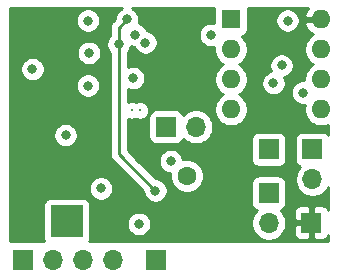
<source format=gbr>
%TF.GenerationSoftware,KiCad,Pcbnew,(5.1.6)-1*%
%TF.CreationDate,2020-10-15T17:46:37+08:00*%
%TF.ProjectId,Music_Player,4d757369-635f-4506-9c61-7965722e6b69,rev?*%
%TF.SameCoordinates,Original*%
%TF.FileFunction,Copper,L3,Inr*%
%TF.FilePolarity,Positive*%
%FSLAX46Y46*%
G04 Gerber Fmt 4.6, Leading zero omitted, Abs format (unit mm)*
G04 Created by KiCad (PCBNEW (5.1.6)-1) date 2020-10-15 17:46:37*
%MOMM*%
%LPD*%
G01*
G04 APERTURE LIST*
%TA.AperFunction,ViaPad*%
%ADD10C,0.320000*%
%TD*%
%TA.AperFunction,ViaPad*%
%ADD11O,1.600000X1.600000*%
%TD*%
%TA.AperFunction,ViaPad*%
%ADD12R,1.600000X1.600000*%
%TD*%
%TA.AperFunction,ViaPad*%
%ADD13R,1.700000X1.700000*%
%TD*%
%TA.AperFunction,ViaPad*%
%ADD14O,1.700000X1.700000*%
%TD*%
%TA.AperFunction,ViaPad*%
%ADD15C,1.600000*%
%TD*%
%TA.AperFunction,ViaPad*%
%ADD16R,2.700000X2.700000*%
%TD*%
%TA.AperFunction,ViaPad*%
%ADD17C,0.800000*%
%TD*%
%TA.AperFunction,Conductor*%
%ADD18C,0.250000*%
%TD*%
%TA.AperFunction,Conductor*%
%ADD19C,0.254000*%
%TD*%
G04 APERTURE END LIST*
D10*
%TO.N,Net-(U2-Pad2)*%
%TO.C,Y1*%
X21700000Y-19300000D03*
%TO.N,Net-(U2-Pad1)*%
X21000000Y-19300000D03*
%TD*%
D11*
%TO.N,+3V3*%
%TO.C,U2*%
X37020000Y-11600000D03*
%TO.N,GND*%
X29400000Y-19220000D03*
%TO.N,/RTC_OUT*%
X37020000Y-14140000D03*
%TO.N,Net-(BT1-Pad1)*%
X29400000Y-16680000D03*
%TO.N,Net-(J1-Pad2)*%
X37020000Y-16680000D03*
%TO.N,Net-(U2-Pad2)*%
X29400000Y-14140000D03*
%TO.N,Net-(J1-Pad1)*%
X37020000Y-19220000D03*
D12*
%TO.N,Net-(U2-Pad1)*%
X29400000Y-11600000D03*
%TD*%
D13*
%TO.N,/RTC_OUT*%
%TO.C,J7*%
X32600000Y-22600000D03*
%TD*%
%TO.N,+3V3*%
%TO.C,J6*%
X36200000Y-28800000D03*
%TD*%
%TO.N,CVDD*%
%TO.C,J5*%
X23100000Y-32000000D03*
%TD*%
D14*
%TO.N,/BAT_D1*%
%TO.C,J4*%
X19420000Y-32000000D03*
%TO.N,/BAT_D2*%
X16880000Y-32000000D03*
%TO.N,/BAT_D3*%
X14340000Y-32000000D03*
D13*
%TO.N,/BAT_D4*%
X11800000Y-32000000D03*
%TD*%
D14*
%TO.N,GND*%
%TO.C,J3*%
X36300000Y-25140000D03*
D13*
%TO.N,VBUS*%
X36300000Y-22600000D03*
%TD*%
D14*
%TO.N,GND*%
%TO.C,J2*%
X32600000Y-28840000D03*
D13*
%TO.N,/bat_+*%
X32600000Y-26300000D03*
%TD*%
D14*
%TO.N,Net-(J1-Pad2)*%
%TO.C,J1*%
X26440000Y-20700000D03*
D13*
%TO.N,Net-(J1-Pad1)*%
X23900000Y-20700000D03*
%TD*%
D15*
%TO.N,GND*%
%TO.C,BT1*%
X25670000Y-24850000D03*
D16*
%TO.N,Net-(BT1-Pad1)*%
X15500000Y-28700000D03*
%TD*%
D17*
%TO.N,GND*%
X17371185Y-14434078D03*
X27700000Y-12900000D03*
X18400000Y-25900000D03*
%TO.N,+3V3*%
X24900000Y-13700000D03*
%TO.N,CVDD*%
X15400000Y-21400000D03*
%TO.N,/BAT_PWR*%
X23000000Y-26100000D03*
X20600000Y-11600004D03*
X19900000Y-13700000D03*
%TO.N,Net-(D1-Pad2)*%
X33700000Y-15500000D03*
X34200000Y-11700000D03*
%TO.N,+5V*%
X21100000Y-16575000D03*
%TO.N,Net-(L1-Pad2)*%
X12600000Y-15800000D03*
X17300000Y-11699996D03*
%TO.N,/BAT+*%
X21600000Y-28900000D03*
X24305154Y-23605154D03*
%TO.N,Net-(C3-Pad2)*%
X21300000Y-12900000D03*
X17300000Y-17200000D03*
%TO.N,Net-(C5-Pad1)*%
X22157500Y-13557500D03*
%TO.N,Net-(J1-Pad2)*%
X33000000Y-17000000D03*
X35500000Y-17800000D03*
%TD*%
D18*
%TO.N,/BAT_PWR*%
X19900000Y-12300004D02*
X19900000Y-13700000D01*
X23000000Y-26100000D02*
X19900000Y-23000000D01*
X20600000Y-11600004D02*
X19900000Y-12300004D01*
X19900000Y-23000000D02*
X19900000Y-13700000D01*
%TD*%
D19*
%TO.N,+3V3*%
G36*
X20109744Y-10682799D02*
G01*
X19940226Y-10796067D01*
X19796063Y-10940230D01*
X19682795Y-11109748D01*
X19604774Y-11298106D01*
X19565000Y-11498065D01*
X19565000Y-11560202D01*
X19389002Y-11736201D01*
X19359999Y-11760003D01*
X19304871Y-11827178D01*
X19265026Y-11875728D01*
X19225840Y-11949039D01*
X19194454Y-12007758D01*
X19150997Y-12151019D01*
X19140000Y-12262672D01*
X19140000Y-12262682D01*
X19136324Y-12300004D01*
X19140000Y-12337327D01*
X19140000Y-12996289D01*
X19096063Y-13040226D01*
X18982795Y-13209744D01*
X18904774Y-13398102D01*
X18865000Y-13598061D01*
X18865000Y-13801939D01*
X18904774Y-14001898D01*
X18982795Y-14190256D01*
X19096063Y-14359774D01*
X19140001Y-14403712D01*
X19140000Y-22962678D01*
X19136324Y-23000000D01*
X19140000Y-23037322D01*
X19140000Y-23037332D01*
X19150997Y-23148985D01*
X19194454Y-23292246D01*
X19265026Y-23424276D01*
X19302672Y-23470147D01*
X19359999Y-23540001D01*
X19389003Y-23563804D01*
X21965000Y-26139802D01*
X21965000Y-26201939D01*
X22004774Y-26401898D01*
X22082795Y-26590256D01*
X22196063Y-26759774D01*
X22340226Y-26903937D01*
X22509744Y-27017205D01*
X22698102Y-27095226D01*
X22898061Y-27135000D01*
X23101939Y-27135000D01*
X23301898Y-27095226D01*
X23490256Y-27017205D01*
X23659774Y-26903937D01*
X23803937Y-26759774D01*
X23917205Y-26590256D01*
X23995226Y-26401898D01*
X24035000Y-26201939D01*
X24035000Y-25998061D01*
X23995226Y-25798102D01*
X23917205Y-25609744D01*
X23803937Y-25440226D01*
X23659774Y-25296063D01*
X23490256Y-25182795D01*
X23301898Y-25104774D01*
X23101939Y-25065000D01*
X23039802Y-25065000D01*
X21478017Y-23503215D01*
X23270154Y-23503215D01*
X23270154Y-23707093D01*
X23309928Y-23907052D01*
X23387949Y-24095410D01*
X23501217Y-24264928D01*
X23645380Y-24409091D01*
X23814898Y-24522359D01*
X24003256Y-24600380D01*
X24203215Y-24640154D01*
X24248628Y-24640154D01*
X24235000Y-24708665D01*
X24235000Y-24991335D01*
X24290147Y-25268574D01*
X24398320Y-25529727D01*
X24555363Y-25764759D01*
X24755241Y-25964637D01*
X24990273Y-26121680D01*
X25251426Y-26229853D01*
X25528665Y-26285000D01*
X25811335Y-26285000D01*
X26088574Y-26229853D01*
X26349727Y-26121680D01*
X26584759Y-25964637D01*
X26784637Y-25764759D01*
X26941680Y-25529727D01*
X26974703Y-25450000D01*
X31111928Y-25450000D01*
X31111928Y-27150000D01*
X31124188Y-27274482D01*
X31160498Y-27394180D01*
X31219463Y-27504494D01*
X31298815Y-27601185D01*
X31395506Y-27680537D01*
X31505820Y-27739502D01*
X31578380Y-27761513D01*
X31446525Y-27893368D01*
X31284010Y-28136589D01*
X31172068Y-28406842D01*
X31115000Y-28693740D01*
X31115000Y-28986260D01*
X31172068Y-29273158D01*
X31284010Y-29543411D01*
X31446525Y-29786632D01*
X31653368Y-29993475D01*
X31896589Y-30155990D01*
X32166842Y-30267932D01*
X32453740Y-30325000D01*
X32746260Y-30325000D01*
X33033158Y-30267932D01*
X33303411Y-30155990D01*
X33546632Y-29993475D01*
X33753475Y-29786632D01*
X33844769Y-29650000D01*
X34711928Y-29650000D01*
X34724188Y-29774482D01*
X34760498Y-29894180D01*
X34819463Y-30004494D01*
X34898815Y-30101185D01*
X34995506Y-30180537D01*
X35105820Y-30239502D01*
X35225518Y-30275812D01*
X35350000Y-30288072D01*
X35914250Y-30285000D01*
X36073000Y-30126250D01*
X36073000Y-28927000D01*
X34873750Y-28927000D01*
X34715000Y-29085750D01*
X34711928Y-29650000D01*
X33844769Y-29650000D01*
X33915990Y-29543411D01*
X34027932Y-29273158D01*
X34085000Y-28986260D01*
X34085000Y-28693740D01*
X34027932Y-28406842D01*
X33915990Y-28136589D01*
X33791316Y-27950000D01*
X34711928Y-27950000D01*
X34715000Y-28514250D01*
X34873750Y-28673000D01*
X36073000Y-28673000D01*
X36073000Y-27473750D01*
X35914250Y-27315000D01*
X35350000Y-27311928D01*
X35225518Y-27324188D01*
X35105820Y-27360498D01*
X34995506Y-27419463D01*
X34898815Y-27498815D01*
X34819463Y-27595506D01*
X34760498Y-27705820D01*
X34724188Y-27825518D01*
X34711928Y-27950000D01*
X33791316Y-27950000D01*
X33753475Y-27893368D01*
X33621620Y-27761513D01*
X33694180Y-27739502D01*
X33804494Y-27680537D01*
X33901185Y-27601185D01*
X33980537Y-27504494D01*
X34039502Y-27394180D01*
X34075812Y-27274482D01*
X34088072Y-27150000D01*
X34088072Y-25450000D01*
X34075812Y-25325518D01*
X34039502Y-25205820D01*
X33980537Y-25095506D01*
X33901185Y-24998815D01*
X33804494Y-24919463D01*
X33694180Y-24860498D01*
X33574482Y-24824188D01*
X33450000Y-24811928D01*
X31750000Y-24811928D01*
X31625518Y-24824188D01*
X31505820Y-24860498D01*
X31395506Y-24919463D01*
X31298815Y-24998815D01*
X31219463Y-25095506D01*
X31160498Y-25205820D01*
X31124188Y-25325518D01*
X31111928Y-25450000D01*
X26974703Y-25450000D01*
X27049853Y-25268574D01*
X27105000Y-24991335D01*
X27105000Y-24708665D01*
X27049853Y-24431426D01*
X26941680Y-24170273D01*
X26784637Y-23935241D01*
X26584759Y-23735363D01*
X26349727Y-23578320D01*
X26088574Y-23470147D01*
X25811335Y-23415000D01*
X25528665Y-23415000D01*
X25330450Y-23454428D01*
X25300380Y-23303256D01*
X25222359Y-23114898D01*
X25109091Y-22945380D01*
X24964928Y-22801217D01*
X24795410Y-22687949D01*
X24607052Y-22609928D01*
X24407093Y-22570154D01*
X24203215Y-22570154D01*
X24003256Y-22609928D01*
X23814898Y-22687949D01*
X23645380Y-22801217D01*
X23501217Y-22945380D01*
X23387949Y-23114898D01*
X23309928Y-23303256D01*
X23270154Y-23503215D01*
X21478017Y-23503215D01*
X20660000Y-22685199D01*
X20660000Y-20019669D01*
X20768107Y-20064449D01*
X20921699Y-20095000D01*
X21078301Y-20095000D01*
X21231893Y-20064449D01*
X21350000Y-20015527D01*
X21468107Y-20064449D01*
X21621699Y-20095000D01*
X21778301Y-20095000D01*
X21931893Y-20064449D01*
X22076574Y-20004520D01*
X22206783Y-19917517D01*
X22274300Y-19850000D01*
X22411928Y-19850000D01*
X22411928Y-21550000D01*
X22424188Y-21674482D01*
X22460498Y-21794180D01*
X22519463Y-21904494D01*
X22598815Y-22001185D01*
X22695506Y-22080537D01*
X22805820Y-22139502D01*
X22925518Y-22175812D01*
X23050000Y-22188072D01*
X24750000Y-22188072D01*
X24874482Y-22175812D01*
X24994180Y-22139502D01*
X25104494Y-22080537D01*
X25201185Y-22001185D01*
X25280537Y-21904494D01*
X25339502Y-21794180D01*
X25361513Y-21721620D01*
X25493368Y-21853475D01*
X25736589Y-22015990D01*
X26006842Y-22127932D01*
X26293740Y-22185000D01*
X26586260Y-22185000D01*
X26873158Y-22127932D01*
X27143411Y-22015990D01*
X27386632Y-21853475D01*
X27490107Y-21750000D01*
X31111928Y-21750000D01*
X31111928Y-23450000D01*
X31124188Y-23574482D01*
X31160498Y-23694180D01*
X31219463Y-23804494D01*
X31298815Y-23901185D01*
X31395506Y-23980537D01*
X31505820Y-24039502D01*
X31625518Y-24075812D01*
X31750000Y-24088072D01*
X33450000Y-24088072D01*
X33574482Y-24075812D01*
X33694180Y-24039502D01*
X33804494Y-23980537D01*
X33901185Y-23901185D01*
X33980537Y-23804494D01*
X34039502Y-23694180D01*
X34075812Y-23574482D01*
X34088072Y-23450000D01*
X34088072Y-21750000D01*
X34075812Y-21625518D01*
X34039502Y-21505820D01*
X33980537Y-21395506D01*
X33901185Y-21298815D01*
X33804494Y-21219463D01*
X33694180Y-21160498D01*
X33574482Y-21124188D01*
X33450000Y-21111928D01*
X31750000Y-21111928D01*
X31625518Y-21124188D01*
X31505820Y-21160498D01*
X31395506Y-21219463D01*
X31298815Y-21298815D01*
X31219463Y-21395506D01*
X31160498Y-21505820D01*
X31124188Y-21625518D01*
X31111928Y-21750000D01*
X27490107Y-21750000D01*
X27593475Y-21646632D01*
X27755990Y-21403411D01*
X27867932Y-21133158D01*
X27925000Y-20846260D01*
X27925000Y-20553740D01*
X27867932Y-20266842D01*
X27755990Y-19996589D01*
X27593475Y-19753368D01*
X27386632Y-19546525D01*
X27143411Y-19384010D01*
X26873158Y-19272068D01*
X26586260Y-19215000D01*
X26293740Y-19215000D01*
X26006842Y-19272068D01*
X25736589Y-19384010D01*
X25493368Y-19546525D01*
X25361513Y-19678380D01*
X25339502Y-19605820D01*
X25280537Y-19495506D01*
X25201185Y-19398815D01*
X25104494Y-19319463D01*
X24994180Y-19260498D01*
X24874482Y-19224188D01*
X24750000Y-19211928D01*
X23050000Y-19211928D01*
X22925518Y-19224188D01*
X22805820Y-19260498D01*
X22695506Y-19319463D01*
X22598815Y-19398815D01*
X22519463Y-19495506D01*
X22460498Y-19605820D01*
X22424188Y-19725518D01*
X22411928Y-19850000D01*
X22274300Y-19850000D01*
X22317517Y-19806783D01*
X22404520Y-19676574D01*
X22464449Y-19531893D01*
X22495000Y-19378301D01*
X22495000Y-19221699D01*
X22464449Y-19068107D01*
X22404520Y-18923426D01*
X22317517Y-18793217D01*
X22206783Y-18682483D01*
X22076574Y-18595480D01*
X21931893Y-18535551D01*
X21778301Y-18505000D01*
X21621699Y-18505000D01*
X21468107Y-18535551D01*
X21350000Y-18584473D01*
X21231893Y-18535551D01*
X21078301Y-18505000D01*
X20921699Y-18505000D01*
X20768107Y-18535551D01*
X20660000Y-18580331D01*
X20660000Y-17513022D01*
X20798102Y-17570226D01*
X20998061Y-17610000D01*
X21201939Y-17610000D01*
X21401898Y-17570226D01*
X21590256Y-17492205D01*
X21759774Y-17378937D01*
X21903937Y-17234774D01*
X22017205Y-17065256D01*
X22095226Y-16876898D01*
X22135000Y-16676939D01*
X22135000Y-16473061D01*
X22095226Y-16273102D01*
X22017205Y-16084744D01*
X21903937Y-15915226D01*
X21759774Y-15771063D01*
X21590256Y-15657795D01*
X21401898Y-15579774D01*
X21201939Y-15540000D01*
X20998061Y-15540000D01*
X20798102Y-15579774D01*
X20660000Y-15636978D01*
X20660000Y-14403711D01*
X20703937Y-14359774D01*
X20817205Y-14190256D01*
X20895226Y-14001898D01*
X20922660Y-13863977D01*
X20998102Y-13895226D01*
X21193188Y-13934031D01*
X21240295Y-14047756D01*
X21353563Y-14217274D01*
X21497726Y-14361437D01*
X21667244Y-14474705D01*
X21855602Y-14552726D01*
X22055561Y-14592500D01*
X22259439Y-14592500D01*
X22459398Y-14552726D01*
X22647756Y-14474705D01*
X22817274Y-14361437D01*
X22961437Y-14217274D01*
X23074705Y-14047756D01*
X23152726Y-13859398D01*
X23192500Y-13659439D01*
X23192500Y-13455561D01*
X23152726Y-13255602D01*
X23074705Y-13067244D01*
X22961437Y-12897726D01*
X22817274Y-12753563D01*
X22647756Y-12640295D01*
X22459398Y-12562274D01*
X22264312Y-12523469D01*
X22217205Y-12409744D01*
X22103937Y-12240226D01*
X21959774Y-12096063D01*
X21790256Y-11982795D01*
X21601898Y-11904774D01*
X21594635Y-11903329D01*
X21595226Y-11901902D01*
X21635000Y-11701943D01*
X21635000Y-11498065D01*
X21595226Y-11298106D01*
X21517205Y-11109748D01*
X21403937Y-10940230D01*
X21259774Y-10796067D01*
X21090256Y-10682799D01*
X21035215Y-10660000D01*
X27978895Y-10660000D01*
X27974188Y-10675518D01*
X27961928Y-10800000D01*
X27961928Y-11896824D01*
X27801939Y-11865000D01*
X27598061Y-11865000D01*
X27398102Y-11904774D01*
X27209744Y-11982795D01*
X27040226Y-12096063D01*
X26896063Y-12240226D01*
X26782795Y-12409744D01*
X26704774Y-12598102D01*
X26665000Y-12798061D01*
X26665000Y-13001939D01*
X26704774Y-13201898D01*
X26782795Y-13390256D01*
X26896063Y-13559774D01*
X27040226Y-13703937D01*
X27209744Y-13817205D01*
X27398102Y-13895226D01*
X27598061Y-13935000D01*
X27801939Y-13935000D01*
X27984903Y-13898606D01*
X27965000Y-13998665D01*
X27965000Y-14281335D01*
X28020147Y-14558574D01*
X28128320Y-14819727D01*
X28285363Y-15054759D01*
X28485241Y-15254637D01*
X28717759Y-15410000D01*
X28485241Y-15565363D01*
X28285363Y-15765241D01*
X28128320Y-16000273D01*
X28020147Y-16261426D01*
X27965000Y-16538665D01*
X27965000Y-16821335D01*
X28020147Y-17098574D01*
X28128320Y-17359727D01*
X28285363Y-17594759D01*
X28485241Y-17794637D01*
X28717759Y-17950000D01*
X28485241Y-18105363D01*
X28285363Y-18305241D01*
X28128320Y-18540273D01*
X28020147Y-18801426D01*
X27965000Y-19078665D01*
X27965000Y-19361335D01*
X28020147Y-19638574D01*
X28128320Y-19899727D01*
X28285363Y-20134759D01*
X28485241Y-20334637D01*
X28720273Y-20491680D01*
X28981426Y-20599853D01*
X29258665Y-20655000D01*
X29541335Y-20655000D01*
X29818574Y-20599853D01*
X30079727Y-20491680D01*
X30314759Y-20334637D01*
X30514637Y-20134759D01*
X30671680Y-19899727D01*
X30779853Y-19638574D01*
X30835000Y-19361335D01*
X30835000Y-19078665D01*
X30779853Y-18801426D01*
X30671680Y-18540273D01*
X30514637Y-18305241D01*
X30314759Y-18105363D01*
X30082241Y-17950000D01*
X30314759Y-17794637D01*
X30514637Y-17594759D01*
X30671680Y-17359727D01*
X30779853Y-17098574D01*
X30819738Y-16898061D01*
X31965000Y-16898061D01*
X31965000Y-17101939D01*
X32004774Y-17301898D01*
X32082795Y-17490256D01*
X32196063Y-17659774D01*
X32340226Y-17803937D01*
X32509744Y-17917205D01*
X32698102Y-17995226D01*
X32898061Y-18035000D01*
X33101939Y-18035000D01*
X33301898Y-17995226D01*
X33490256Y-17917205D01*
X33659774Y-17803937D01*
X33803937Y-17659774D01*
X33917205Y-17490256D01*
X33995226Y-17301898D01*
X34035000Y-17101939D01*
X34035000Y-16898061D01*
X33995226Y-16698102D01*
X33918096Y-16511895D01*
X34001898Y-16495226D01*
X34190256Y-16417205D01*
X34359774Y-16303937D01*
X34503937Y-16159774D01*
X34617205Y-15990256D01*
X34695226Y-15801898D01*
X34735000Y-15601939D01*
X34735000Y-15398061D01*
X34695226Y-15198102D01*
X34617205Y-15009744D01*
X34503937Y-14840226D01*
X34359774Y-14696063D01*
X34190256Y-14582795D01*
X34001898Y-14504774D01*
X33801939Y-14465000D01*
X33598061Y-14465000D01*
X33398102Y-14504774D01*
X33209744Y-14582795D01*
X33040226Y-14696063D01*
X32896063Y-14840226D01*
X32782795Y-15009744D01*
X32704774Y-15198102D01*
X32665000Y-15398061D01*
X32665000Y-15601939D01*
X32704774Y-15801898D01*
X32781904Y-15988105D01*
X32698102Y-16004774D01*
X32509744Y-16082795D01*
X32340226Y-16196063D01*
X32196063Y-16340226D01*
X32082795Y-16509744D01*
X32004774Y-16698102D01*
X31965000Y-16898061D01*
X30819738Y-16898061D01*
X30835000Y-16821335D01*
X30835000Y-16538665D01*
X30779853Y-16261426D01*
X30671680Y-16000273D01*
X30514637Y-15765241D01*
X30314759Y-15565363D01*
X30082241Y-15410000D01*
X30314759Y-15254637D01*
X30514637Y-15054759D01*
X30671680Y-14819727D01*
X30779853Y-14558574D01*
X30835000Y-14281335D01*
X30835000Y-13998665D01*
X30779853Y-13721426D01*
X30671680Y-13460273D01*
X30514637Y-13225241D01*
X30316039Y-13026643D01*
X30324482Y-13025812D01*
X30444180Y-12989502D01*
X30554494Y-12930537D01*
X30651185Y-12851185D01*
X30730537Y-12754494D01*
X30789502Y-12644180D01*
X30825812Y-12524482D01*
X30838072Y-12400000D01*
X30838072Y-11598061D01*
X33165000Y-11598061D01*
X33165000Y-11801939D01*
X33204774Y-12001898D01*
X33282795Y-12190256D01*
X33396063Y-12359774D01*
X33540226Y-12503937D01*
X33709744Y-12617205D01*
X33898102Y-12695226D01*
X34098061Y-12735000D01*
X34301939Y-12735000D01*
X34501898Y-12695226D01*
X34690256Y-12617205D01*
X34859774Y-12503937D01*
X35003937Y-12359774D01*
X35117205Y-12190256D01*
X35195226Y-12001898D01*
X35235000Y-11801939D01*
X35235000Y-11598061D01*
X35195226Y-11398102D01*
X35117205Y-11209744D01*
X35003937Y-11040226D01*
X34859774Y-10896063D01*
X34690256Y-10782795D01*
X34501898Y-10704774D01*
X34301939Y-10665000D01*
X34098061Y-10665000D01*
X33898102Y-10704774D01*
X33709744Y-10782795D01*
X33540226Y-10896063D01*
X33396063Y-11040226D01*
X33282795Y-11209744D01*
X33204774Y-11398102D01*
X33165000Y-11598061D01*
X30838072Y-11598061D01*
X30838072Y-10800000D01*
X30825812Y-10675518D01*
X30821105Y-10660000D01*
X35939125Y-10660000D01*
X35788963Y-10862580D01*
X35668754Y-11116913D01*
X35628096Y-11250961D01*
X35750085Y-11473000D01*
X36893000Y-11473000D01*
X36893000Y-11453000D01*
X37147000Y-11453000D01*
X37147000Y-11473000D01*
X37167000Y-11473000D01*
X37167000Y-11727000D01*
X37147000Y-11727000D01*
X37147000Y-11747000D01*
X36893000Y-11747000D01*
X36893000Y-11727000D01*
X35750085Y-11727000D01*
X35628096Y-11949039D01*
X35668754Y-12083087D01*
X35788963Y-12337420D01*
X35956481Y-12563414D01*
X36164869Y-12752385D01*
X36350865Y-12863933D01*
X36340273Y-12868320D01*
X36105241Y-13025363D01*
X35905363Y-13225241D01*
X35748320Y-13460273D01*
X35640147Y-13721426D01*
X35585000Y-13998665D01*
X35585000Y-14281335D01*
X35640147Y-14558574D01*
X35748320Y-14819727D01*
X35905363Y-15054759D01*
X36105241Y-15254637D01*
X36337759Y-15410000D01*
X36105241Y-15565363D01*
X35905363Y-15765241D01*
X35748320Y-16000273D01*
X35640147Y-16261426D01*
X35585000Y-16538665D01*
X35585000Y-16765000D01*
X35398061Y-16765000D01*
X35198102Y-16804774D01*
X35009744Y-16882795D01*
X34840226Y-16996063D01*
X34696063Y-17140226D01*
X34582795Y-17309744D01*
X34504774Y-17498102D01*
X34465000Y-17698061D01*
X34465000Y-17901939D01*
X34504774Y-18101898D01*
X34582795Y-18290256D01*
X34696063Y-18459774D01*
X34840226Y-18603937D01*
X35009744Y-18717205D01*
X35198102Y-18795226D01*
X35398061Y-18835000D01*
X35601939Y-18835000D01*
X35634768Y-18828470D01*
X35585000Y-19078665D01*
X35585000Y-19361335D01*
X35640147Y-19638574D01*
X35748320Y-19899727D01*
X35905363Y-20134759D01*
X36105241Y-20334637D01*
X36340273Y-20491680D01*
X36601426Y-20599853D01*
X36878665Y-20655000D01*
X37161335Y-20655000D01*
X37438574Y-20599853D01*
X37640000Y-20516420D01*
X37640000Y-21346112D01*
X37601185Y-21298815D01*
X37504494Y-21219463D01*
X37394180Y-21160498D01*
X37274482Y-21124188D01*
X37150000Y-21111928D01*
X35450000Y-21111928D01*
X35325518Y-21124188D01*
X35205820Y-21160498D01*
X35095506Y-21219463D01*
X34998815Y-21298815D01*
X34919463Y-21395506D01*
X34860498Y-21505820D01*
X34824188Y-21625518D01*
X34811928Y-21750000D01*
X34811928Y-23450000D01*
X34824188Y-23574482D01*
X34860498Y-23694180D01*
X34919463Y-23804494D01*
X34998815Y-23901185D01*
X35095506Y-23980537D01*
X35205820Y-24039502D01*
X35278380Y-24061513D01*
X35146525Y-24193368D01*
X34984010Y-24436589D01*
X34872068Y-24706842D01*
X34815000Y-24993740D01*
X34815000Y-25286260D01*
X34872068Y-25573158D01*
X34984010Y-25843411D01*
X35146525Y-26086632D01*
X35353368Y-26293475D01*
X35596589Y-26455990D01*
X35866842Y-26567932D01*
X36153740Y-26625000D01*
X36446260Y-26625000D01*
X36733158Y-26567932D01*
X37003411Y-26455990D01*
X37246632Y-26293475D01*
X37453475Y-26086632D01*
X37615990Y-25843411D01*
X37640001Y-25785444D01*
X37640001Y-27707464D01*
X37639502Y-27705820D01*
X37580537Y-27595506D01*
X37501185Y-27498815D01*
X37404494Y-27419463D01*
X37294180Y-27360498D01*
X37174482Y-27324188D01*
X37050000Y-27311928D01*
X36485750Y-27315000D01*
X36327000Y-27473750D01*
X36327000Y-28673000D01*
X36347000Y-28673000D01*
X36347000Y-28927000D01*
X36327000Y-28927000D01*
X36327000Y-30126250D01*
X36485750Y-30285000D01*
X37050000Y-30288072D01*
X37174482Y-30275812D01*
X37294180Y-30239502D01*
X37404494Y-30180537D01*
X37501185Y-30101185D01*
X37580537Y-30004494D01*
X37639502Y-29894180D01*
X37640001Y-29892536D01*
X37640001Y-30373000D01*
X17397371Y-30373000D01*
X17439502Y-30294180D01*
X17475812Y-30174482D01*
X17488072Y-30050000D01*
X17488072Y-28798061D01*
X20565000Y-28798061D01*
X20565000Y-29001939D01*
X20604774Y-29201898D01*
X20682795Y-29390256D01*
X20796063Y-29559774D01*
X20940226Y-29703937D01*
X21109744Y-29817205D01*
X21298102Y-29895226D01*
X21498061Y-29935000D01*
X21701939Y-29935000D01*
X21901898Y-29895226D01*
X22090256Y-29817205D01*
X22259774Y-29703937D01*
X22403937Y-29559774D01*
X22517205Y-29390256D01*
X22595226Y-29201898D01*
X22635000Y-29001939D01*
X22635000Y-28798061D01*
X22595226Y-28598102D01*
X22517205Y-28409744D01*
X22403937Y-28240226D01*
X22259774Y-28096063D01*
X22090256Y-27982795D01*
X21901898Y-27904774D01*
X21701939Y-27865000D01*
X21498061Y-27865000D01*
X21298102Y-27904774D01*
X21109744Y-27982795D01*
X20940226Y-28096063D01*
X20796063Y-28240226D01*
X20682795Y-28409744D01*
X20604774Y-28598102D01*
X20565000Y-28798061D01*
X17488072Y-28798061D01*
X17488072Y-27350000D01*
X17475812Y-27225518D01*
X17439502Y-27105820D01*
X17380537Y-26995506D01*
X17301185Y-26898815D01*
X17204494Y-26819463D01*
X17094180Y-26760498D01*
X16974482Y-26724188D01*
X16850000Y-26711928D01*
X14150000Y-26711928D01*
X14025518Y-26724188D01*
X13905820Y-26760498D01*
X13795506Y-26819463D01*
X13698815Y-26898815D01*
X13619463Y-26995506D01*
X13560498Y-27105820D01*
X13524188Y-27225518D01*
X13511928Y-27350000D01*
X13511928Y-30050000D01*
X13524188Y-30174482D01*
X13560498Y-30294180D01*
X13602629Y-30373000D01*
X10660000Y-30373000D01*
X10660000Y-25798061D01*
X17365000Y-25798061D01*
X17365000Y-26001939D01*
X17404774Y-26201898D01*
X17482795Y-26390256D01*
X17596063Y-26559774D01*
X17740226Y-26703937D01*
X17909744Y-26817205D01*
X18098102Y-26895226D01*
X18298061Y-26935000D01*
X18501939Y-26935000D01*
X18701898Y-26895226D01*
X18890256Y-26817205D01*
X19059774Y-26703937D01*
X19203937Y-26559774D01*
X19317205Y-26390256D01*
X19395226Y-26201898D01*
X19435000Y-26001939D01*
X19435000Y-25798061D01*
X19395226Y-25598102D01*
X19317205Y-25409744D01*
X19203937Y-25240226D01*
X19059774Y-25096063D01*
X18890256Y-24982795D01*
X18701898Y-24904774D01*
X18501939Y-24865000D01*
X18298061Y-24865000D01*
X18098102Y-24904774D01*
X17909744Y-24982795D01*
X17740226Y-25096063D01*
X17596063Y-25240226D01*
X17482795Y-25409744D01*
X17404774Y-25598102D01*
X17365000Y-25798061D01*
X10660000Y-25798061D01*
X10660000Y-21298061D01*
X14365000Y-21298061D01*
X14365000Y-21501939D01*
X14404774Y-21701898D01*
X14482795Y-21890256D01*
X14596063Y-22059774D01*
X14740226Y-22203937D01*
X14909744Y-22317205D01*
X15098102Y-22395226D01*
X15298061Y-22435000D01*
X15501939Y-22435000D01*
X15701898Y-22395226D01*
X15890256Y-22317205D01*
X16059774Y-22203937D01*
X16203937Y-22059774D01*
X16317205Y-21890256D01*
X16395226Y-21701898D01*
X16435000Y-21501939D01*
X16435000Y-21298061D01*
X16395226Y-21098102D01*
X16317205Y-20909744D01*
X16203937Y-20740226D01*
X16059774Y-20596063D01*
X15890256Y-20482795D01*
X15701898Y-20404774D01*
X15501939Y-20365000D01*
X15298061Y-20365000D01*
X15098102Y-20404774D01*
X14909744Y-20482795D01*
X14740226Y-20596063D01*
X14596063Y-20740226D01*
X14482795Y-20909744D01*
X14404774Y-21098102D01*
X14365000Y-21298061D01*
X10660000Y-21298061D01*
X10660000Y-17098061D01*
X16265000Y-17098061D01*
X16265000Y-17301939D01*
X16304774Y-17501898D01*
X16382795Y-17690256D01*
X16496063Y-17859774D01*
X16640226Y-18003937D01*
X16809744Y-18117205D01*
X16998102Y-18195226D01*
X17198061Y-18235000D01*
X17401939Y-18235000D01*
X17601898Y-18195226D01*
X17790256Y-18117205D01*
X17959774Y-18003937D01*
X18103937Y-17859774D01*
X18217205Y-17690256D01*
X18295226Y-17501898D01*
X18335000Y-17301939D01*
X18335000Y-17098061D01*
X18295226Y-16898102D01*
X18217205Y-16709744D01*
X18103937Y-16540226D01*
X17959774Y-16396063D01*
X17790256Y-16282795D01*
X17601898Y-16204774D01*
X17401939Y-16165000D01*
X17198061Y-16165000D01*
X16998102Y-16204774D01*
X16809744Y-16282795D01*
X16640226Y-16396063D01*
X16496063Y-16540226D01*
X16382795Y-16709744D01*
X16304774Y-16898102D01*
X16265000Y-17098061D01*
X10660000Y-17098061D01*
X10660000Y-15698061D01*
X11565000Y-15698061D01*
X11565000Y-15901939D01*
X11604774Y-16101898D01*
X11682795Y-16290256D01*
X11796063Y-16459774D01*
X11940226Y-16603937D01*
X12109744Y-16717205D01*
X12298102Y-16795226D01*
X12498061Y-16835000D01*
X12701939Y-16835000D01*
X12901898Y-16795226D01*
X13090256Y-16717205D01*
X13259774Y-16603937D01*
X13403937Y-16459774D01*
X13517205Y-16290256D01*
X13595226Y-16101898D01*
X13635000Y-15901939D01*
X13635000Y-15698061D01*
X13595226Y-15498102D01*
X13517205Y-15309744D01*
X13403937Y-15140226D01*
X13259774Y-14996063D01*
X13090256Y-14882795D01*
X12901898Y-14804774D01*
X12701939Y-14765000D01*
X12498061Y-14765000D01*
X12298102Y-14804774D01*
X12109744Y-14882795D01*
X11940226Y-14996063D01*
X11796063Y-15140226D01*
X11682795Y-15309744D01*
X11604774Y-15498102D01*
X11565000Y-15698061D01*
X10660000Y-15698061D01*
X10660000Y-14332139D01*
X16336185Y-14332139D01*
X16336185Y-14536017D01*
X16375959Y-14735976D01*
X16453980Y-14924334D01*
X16567248Y-15093852D01*
X16711411Y-15238015D01*
X16880929Y-15351283D01*
X17069287Y-15429304D01*
X17269246Y-15469078D01*
X17473124Y-15469078D01*
X17673083Y-15429304D01*
X17861441Y-15351283D01*
X18030959Y-15238015D01*
X18175122Y-15093852D01*
X18288390Y-14924334D01*
X18366411Y-14735976D01*
X18406185Y-14536017D01*
X18406185Y-14332139D01*
X18366411Y-14132180D01*
X18288390Y-13943822D01*
X18175122Y-13774304D01*
X18030959Y-13630141D01*
X17861441Y-13516873D01*
X17673083Y-13438852D01*
X17473124Y-13399078D01*
X17269246Y-13399078D01*
X17069287Y-13438852D01*
X16880929Y-13516873D01*
X16711411Y-13630141D01*
X16567248Y-13774304D01*
X16453980Y-13943822D01*
X16375959Y-14132180D01*
X16336185Y-14332139D01*
X10660000Y-14332139D01*
X10660000Y-11598057D01*
X16265000Y-11598057D01*
X16265000Y-11801935D01*
X16304774Y-12001894D01*
X16382795Y-12190252D01*
X16496063Y-12359770D01*
X16640226Y-12503933D01*
X16809744Y-12617201D01*
X16998102Y-12695222D01*
X17198061Y-12734996D01*
X17401939Y-12734996D01*
X17601898Y-12695222D01*
X17790256Y-12617201D01*
X17959774Y-12503933D01*
X18103937Y-12359770D01*
X18217205Y-12190252D01*
X18295226Y-12001894D01*
X18335000Y-11801935D01*
X18335000Y-11598057D01*
X18295226Y-11398098D01*
X18217205Y-11209740D01*
X18103937Y-11040222D01*
X17959774Y-10896059D01*
X17790256Y-10782791D01*
X17601898Y-10704770D01*
X17401939Y-10664996D01*
X17198061Y-10664996D01*
X16998102Y-10704770D01*
X16809744Y-10782791D01*
X16640226Y-10896059D01*
X16496063Y-11040222D01*
X16382795Y-11209740D01*
X16304774Y-11398098D01*
X16265000Y-11598057D01*
X10660000Y-11598057D01*
X10660000Y-10660000D01*
X20164785Y-10660000D01*
X20109744Y-10682799D01*
G37*
X20109744Y-10682799D02*
X19940226Y-10796067D01*
X19796063Y-10940230D01*
X19682795Y-11109748D01*
X19604774Y-11298106D01*
X19565000Y-11498065D01*
X19565000Y-11560202D01*
X19389002Y-11736201D01*
X19359999Y-11760003D01*
X19304871Y-11827178D01*
X19265026Y-11875728D01*
X19225840Y-11949039D01*
X19194454Y-12007758D01*
X19150997Y-12151019D01*
X19140000Y-12262672D01*
X19140000Y-12262682D01*
X19136324Y-12300004D01*
X19140000Y-12337327D01*
X19140000Y-12996289D01*
X19096063Y-13040226D01*
X18982795Y-13209744D01*
X18904774Y-13398102D01*
X18865000Y-13598061D01*
X18865000Y-13801939D01*
X18904774Y-14001898D01*
X18982795Y-14190256D01*
X19096063Y-14359774D01*
X19140001Y-14403712D01*
X19140000Y-22962678D01*
X19136324Y-23000000D01*
X19140000Y-23037322D01*
X19140000Y-23037332D01*
X19150997Y-23148985D01*
X19194454Y-23292246D01*
X19265026Y-23424276D01*
X19302672Y-23470147D01*
X19359999Y-23540001D01*
X19389003Y-23563804D01*
X21965000Y-26139802D01*
X21965000Y-26201939D01*
X22004774Y-26401898D01*
X22082795Y-26590256D01*
X22196063Y-26759774D01*
X22340226Y-26903937D01*
X22509744Y-27017205D01*
X22698102Y-27095226D01*
X22898061Y-27135000D01*
X23101939Y-27135000D01*
X23301898Y-27095226D01*
X23490256Y-27017205D01*
X23659774Y-26903937D01*
X23803937Y-26759774D01*
X23917205Y-26590256D01*
X23995226Y-26401898D01*
X24035000Y-26201939D01*
X24035000Y-25998061D01*
X23995226Y-25798102D01*
X23917205Y-25609744D01*
X23803937Y-25440226D01*
X23659774Y-25296063D01*
X23490256Y-25182795D01*
X23301898Y-25104774D01*
X23101939Y-25065000D01*
X23039802Y-25065000D01*
X21478017Y-23503215D01*
X23270154Y-23503215D01*
X23270154Y-23707093D01*
X23309928Y-23907052D01*
X23387949Y-24095410D01*
X23501217Y-24264928D01*
X23645380Y-24409091D01*
X23814898Y-24522359D01*
X24003256Y-24600380D01*
X24203215Y-24640154D01*
X24248628Y-24640154D01*
X24235000Y-24708665D01*
X24235000Y-24991335D01*
X24290147Y-25268574D01*
X24398320Y-25529727D01*
X24555363Y-25764759D01*
X24755241Y-25964637D01*
X24990273Y-26121680D01*
X25251426Y-26229853D01*
X25528665Y-26285000D01*
X25811335Y-26285000D01*
X26088574Y-26229853D01*
X26349727Y-26121680D01*
X26584759Y-25964637D01*
X26784637Y-25764759D01*
X26941680Y-25529727D01*
X26974703Y-25450000D01*
X31111928Y-25450000D01*
X31111928Y-27150000D01*
X31124188Y-27274482D01*
X31160498Y-27394180D01*
X31219463Y-27504494D01*
X31298815Y-27601185D01*
X31395506Y-27680537D01*
X31505820Y-27739502D01*
X31578380Y-27761513D01*
X31446525Y-27893368D01*
X31284010Y-28136589D01*
X31172068Y-28406842D01*
X31115000Y-28693740D01*
X31115000Y-28986260D01*
X31172068Y-29273158D01*
X31284010Y-29543411D01*
X31446525Y-29786632D01*
X31653368Y-29993475D01*
X31896589Y-30155990D01*
X32166842Y-30267932D01*
X32453740Y-30325000D01*
X32746260Y-30325000D01*
X33033158Y-30267932D01*
X33303411Y-30155990D01*
X33546632Y-29993475D01*
X33753475Y-29786632D01*
X33844769Y-29650000D01*
X34711928Y-29650000D01*
X34724188Y-29774482D01*
X34760498Y-29894180D01*
X34819463Y-30004494D01*
X34898815Y-30101185D01*
X34995506Y-30180537D01*
X35105820Y-30239502D01*
X35225518Y-30275812D01*
X35350000Y-30288072D01*
X35914250Y-30285000D01*
X36073000Y-30126250D01*
X36073000Y-28927000D01*
X34873750Y-28927000D01*
X34715000Y-29085750D01*
X34711928Y-29650000D01*
X33844769Y-29650000D01*
X33915990Y-29543411D01*
X34027932Y-29273158D01*
X34085000Y-28986260D01*
X34085000Y-28693740D01*
X34027932Y-28406842D01*
X33915990Y-28136589D01*
X33791316Y-27950000D01*
X34711928Y-27950000D01*
X34715000Y-28514250D01*
X34873750Y-28673000D01*
X36073000Y-28673000D01*
X36073000Y-27473750D01*
X35914250Y-27315000D01*
X35350000Y-27311928D01*
X35225518Y-27324188D01*
X35105820Y-27360498D01*
X34995506Y-27419463D01*
X34898815Y-27498815D01*
X34819463Y-27595506D01*
X34760498Y-27705820D01*
X34724188Y-27825518D01*
X34711928Y-27950000D01*
X33791316Y-27950000D01*
X33753475Y-27893368D01*
X33621620Y-27761513D01*
X33694180Y-27739502D01*
X33804494Y-27680537D01*
X33901185Y-27601185D01*
X33980537Y-27504494D01*
X34039502Y-27394180D01*
X34075812Y-27274482D01*
X34088072Y-27150000D01*
X34088072Y-25450000D01*
X34075812Y-25325518D01*
X34039502Y-25205820D01*
X33980537Y-25095506D01*
X33901185Y-24998815D01*
X33804494Y-24919463D01*
X33694180Y-24860498D01*
X33574482Y-24824188D01*
X33450000Y-24811928D01*
X31750000Y-24811928D01*
X31625518Y-24824188D01*
X31505820Y-24860498D01*
X31395506Y-24919463D01*
X31298815Y-24998815D01*
X31219463Y-25095506D01*
X31160498Y-25205820D01*
X31124188Y-25325518D01*
X31111928Y-25450000D01*
X26974703Y-25450000D01*
X27049853Y-25268574D01*
X27105000Y-24991335D01*
X27105000Y-24708665D01*
X27049853Y-24431426D01*
X26941680Y-24170273D01*
X26784637Y-23935241D01*
X26584759Y-23735363D01*
X26349727Y-23578320D01*
X26088574Y-23470147D01*
X25811335Y-23415000D01*
X25528665Y-23415000D01*
X25330450Y-23454428D01*
X25300380Y-23303256D01*
X25222359Y-23114898D01*
X25109091Y-22945380D01*
X24964928Y-22801217D01*
X24795410Y-22687949D01*
X24607052Y-22609928D01*
X24407093Y-22570154D01*
X24203215Y-22570154D01*
X24003256Y-22609928D01*
X23814898Y-22687949D01*
X23645380Y-22801217D01*
X23501217Y-22945380D01*
X23387949Y-23114898D01*
X23309928Y-23303256D01*
X23270154Y-23503215D01*
X21478017Y-23503215D01*
X20660000Y-22685199D01*
X20660000Y-20019669D01*
X20768107Y-20064449D01*
X20921699Y-20095000D01*
X21078301Y-20095000D01*
X21231893Y-20064449D01*
X21350000Y-20015527D01*
X21468107Y-20064449D01*
X21621699Y-20095000D01*
X21778301Y-20095000D01*
X21931893Y-20064449D01*
X22076574Y-20004520D01*
X22206783Y-19917517D01*
X22274300Y-19850000D01*
X22411928Y-19850000D01*
X22411928Y-21550000D01*
X22424188Y-21674482D01*
X22460498Y-21794180D01*
X22519463Y-21904494D01*
X22598815Y-22001185D01*
X22695506Y-22080537D01*
X22805820Y-22139502D01*
X22925518Y-22175812D01*
X23050000Y-22188072D01*
X24750000Y-22188072D01*
X24874482Y-22175812D01*
X24994180Y-22139502D01*
X25104494Y-22080537D01*
X25201185Y-22001185D01*
X25280537Y-21904494D01*
X25339502Y-21794180D01*
X25361513Y-21721620D01*
X25493368Y-21853475D01*
X25736589Y-22015990D01*
X26006842Y-22127932D01*
X26293740Y-22185000D01*
X26586260Y-22185000D01*
X26873158Y-22127932D01*
X27143411Y-22015990D01*
X27386632Y-21853475D01*
X27490107Y-21750000D01*
X31111928Y-21750000D01*
X31111928Y-23450000D01*
X31124188Y-23574482D01*
X31160498Y-23694180D01*
X31219463Y-23804494D01*
X31298815Y-23901185D01*
X31395506Y-23980537D01*
X31505820Y-24039502D01*
X31625518Y-24075812D01*
X31750000Y-24088072D01*
X33450000Y-24088072D01*
X33574482Y-24075812D01*
X33694180Y-24039502D01*
X33804494Y-23980537D01*
X33901185Y-23901185D01*
X33980537Y-23804494D01*
X34039502Y-23694180D01*
X34075812Y-23574482D01*
X34088072Y-23450000D01*
X34088072Y-21750000D01*
X34075812Y-21625518D01*
X34039502Y-21505820D01*
X33980537Y-21395506D01*
X33901185Y-21298815D01*
X33804494Y-21219463D01*
X33694180Y-21160498D01*
X33574482Y-21124188D01*
X33450000Y-21111928D01*
X31750000Y-21111928D01*
X31625518Y-21124188D01*
X31505820Y-21160498D01*
X31395506Y-21219463D01*
X31298815Y-21298815D01*
X31219463Y-21395506D01*
X31160498Y-21505820D01*
X31124188Y-21625518D01*
X31111928Y-21750000D01*
X27490107Y-21750000D01*
X27593475Y-21646632D01*
X27755990Y-21403411D01*
X27867932Y-21133158D01*
X27925000Y-20846260D01*
X27925000Y-20553740D01*
X27867932Y-20266842D01*
X27755990Y-19996589D01*
X27593475Y-19753368D01*
X27386632Y-19546525D01*
X27143411Y-19384010D01*
X26873158Y-19272068D01*
X26586260Y-19215000D01*
X26293740Y-19215000D01*
X26006842Y-19272068D01*
X25736589Y-19384010D01*
X25493368Y-19546525D01*
X25361513Y-19678380D01*
X25339502Y-19605820D01*
X25280537Y-19495506D01*
X25201185Y-19398815D01*
X25104494Y-19319463D01*
X24994180Y-19260498D01*
X24874482Y-19224188D01*
X24750000Y-19211928D01*
X23050000Y-19211928D01*
X22925518Y-19224188D01*
X22805820Y-19260498D01*
X22695506Y-19319463D01*
X22598815Y-19398815D01*
X22519463Y-19495506D01*
X22460498Y-19605820D01*
X22424188Y-19725518D01*
X22411928Y-19850000D01*
X22274300Y-19850000D01*
X22317517Y-19806783D01*
X22404520Y-19676574D01*
X22464449Y-19531893D01*
X22495000Y-19378301D01*
X22495000Y-19221699D01*
X22464449Y-19068107D01*
X22404520Y-18923426D01*
X22317517Y-18793217D01*
X22206783Y-18682483D01*
X22076574Y-18595480D01*
X21931893Y-18535551D01*
X21778301Y-18505000D01*
X21621699Y-18505000D01*
X21468107Y-18535551D01*
X21350000Y-18584473D01*
X21231893Y-18535551D01*
X21078301Y-18505000D01*
X20921699Y-18505000D01*
X20768107Y-18535551D01*
X20660000Y-18580331D01*
X20660000Y-17513022D01*
X20798102Y-17570226D01*
X20998061Y-17610000D01*
X21201939Y-17610000D01*
X21401898Y-17570226D01*
X21590256Y-17492205D01*
X21759774Y-17378937D01*
X21903937Y-17234774D01*
X22017205Y-17065256D01*
X22095226Y-16876898D01*
X22135000Y-16676939D01*
X22135000Y-16473061D01*
X22095226Y-16273102D01*
X22017205Y-16084744D01*
X21903937Y-15915226D01*
X21759774Y-15771063D01*
X21590256Y-15657795D01*
X21401898Y-15579774D01*
X21201939Y-15540000D01*
X20998061Y-15540000D01*
X20798102Y-15579774D01*
X20660000Y-15636978D01*
X20660000Y-14403711D01*
X20703937Y-14359774D01*
X20817205Y-14190256D01*
X20895226Y-14001898D01*
X20922660Y-13863977D01*
X20998102Y-13895226D01*
X21193188Y-13934031D01*
X21240295Y-14047756D01*
X21353563Y-14217274D01*
X21497726Y-14361437D01*
X21667244Y-14474705D01*
X21855602Y-14552726D01*
X22055561Y-14592500D01*
X22259439Y-14592500D01*
X22459398Y-14552726D01*
X22647756Y-14474705D01*
X22817274Y-14361437D01*
X22961437Y-14217274D01*
X23074705Y-14047756D01*
X23152726Y-13859398D01*
X23192500Y-13659439D01*
X23192500Y-13455561D01*
X23152726Y-13255602D01*
X23074705Y-13067244D01*
X22961437Y-12897726D01*
X22817274Y-12753563D01*
X22647756Y-12640295D01*
X22459398Y-12562274D01*
X22264312Y-12523469D01*
X22217205Y-12409744D01*
X22103937Y-12240226D01*
X21959774Y-12096063D01*
X21790256Y-11982795D01*
X21601898Y-11904774D01*
X21594635Y-11903329D01*
X21595226Y-11901902D01*
X21635000Y-11701943D01*
X21635000Y-11498065D01*
X21595226Y-11298106D01*
X21517205Y-11109748D01*
X21403937Y-10940230D01*
X21259774Y-10796067D01*
X21090256Y-10682799D01*
X21035215Y-10660000D01*
X27978895Y-10660000D01*
X27974188Y-10675518D01*
X27961928Y-10800000D01*
X27961928Y-11896824D01*
X27801939Y-11865000D01*
X27598061Y-11865000D01*
X27398102Y-11904774D01*
X27209744Y-11982795D01*
X27040226Y-12096063D01*
X26896063Y-12240226D01*
X26782795Y-12409744D01*
X26704774Y-12598102D01*
X26665000Y-12798061D01*
X26665000Y-13001939D01*
X26704774Y-13201898D01*
X26782795Y-13390256D01*
X26896063Y-13559774D01*
X27040226Y-13703937D01*
X27209744Y-13817205D01*
X27398102Y-13895226D01*
X27598061Y-13935000D01*
X27801939Y-13935000D01*
X27984903Y-13898606D01*
X27965000Y-13998665D01*
X27965000Y-14281335D01*
X28020147Y-14558574D01*
X28128320Y-14819727D01*
X28285363Y-15054759D01*
X28485241Y-15254637D01*
X28717759Y-15410000D01*
X28485241Y-15565363D01*
X28285363Y-15765241D01*
X28128320Y-16000273D01*
X28020147Y-16261426D01*
X27965000Y-16538665D01*
X27965000Y-16821335D01*
X28020147Y-17098574D01*
X28128320Y-17359727D01*
X28285363Y-17594759D01*
X28485241Y-17794637D01*
X28717759Y-17950000D01*
X28485241Y-18105363D01*
X28285363Y-18305241D01*
X28128320Y-18540273D01*
X28020147Y-18801426D01*
X27965000Y-19078665D01*
X27965000Y-19361335D01*
X28020147Y-19638574D01*
X28128320Y-19899727D01*
X28285363Y-20134759D01*
X28485241Y-20334637D01*
X28720273Y-20491680D01*
X28981426Y-20599853D01*
X29258665Y-20655000D01*
X29541335Y-20655000D01*
X29818574Y-20599853D01*
X30079727Y-20491680D01*
X30314759Y-20334637D01*
X30514637Y-20134759D01*
X30671680Y-19899727D01*
X30779853Y-19638574D01*
X30835000Y-19361335D01*
X30835000Y-19078665D01*
X30779853Y-18801426D01*
X30671680Y-18540273D01*
X30514637Y-18305241D01*
X30314759Y-18105363D01*
X30082241Y-17950000D01*
X30314759Y-17794637D01*
X30514637Y-17594759D01*
X30671680Y-17359727D01*
X30779853Y-17098574D01*
X30819738Y-16898061D01*
X31965000Y-16898061D01*
X31965000Y-17101939D01*
X32004774Y-17301898D01*
X32082795Y-17490256D01*
X32196063Y-17659774D01*
X32340226Y-17803937D01*
X32509744Y-17917205D01*
X32698102Y-17995226D01*
X32898061Y-18035000D01*
X33101939Y-18035000D01*
X33301898Y-17995226D01*
X33490256Y-17917205D01*
X33659774Y-17803937D01*
X33803937Y-17659774D01*
X33917205Y-17490256D01*
X33995226Y-17301898D01*
X34035000Y-17101939D01*
X34035000Y-16898061D01*
X33995226Y-16698102D01*
X33918096Y-16511895D01*
X34001898Y-16495226D01*
X34190256Y-16417205D01*
X34359774Y-16303937D01*
X34503937Y-16159774D01*
X34617205Y-15990256D01*
X34695226Y-15801898D01*
X34735000Y-15601939D01*
X34735000Y-15398061D01*
X34695226Y-15198102D01*
X34617205Y-15009744D01*
X34503937Y-14840226D01*
X34359774Y-14696063D01*
X34190256Y-14582795D01*
X34001898Y-14504774D01*
X33801939Y-14465000D01*
X33598061Y-14465000D01*
X33398102Y-14504774D01*
X33209744Y-14582795D01*
X33040226Y-14696063D01*
X32896063Y-14840226D01*
X32782795Y-15009744D01*
X32704774Y-15198102D01*
X32665000Y-15398061D01*
X32665000Y-15601939D01*
X32704774Y-15801898D01*
X32781904Y-15988105D01*
X32698102Y-16004774D01*
X32509744Y-16082795D01*
X32340226Y-16196063D01*
X32196063Y-16340226D01*
X32082795Y-16509744D01*
X32004774Y-16698102D01*
X31965000Y-16898061D01*
X30819738Y-16898061D01*
X30835000Y-16821335D01*
X30835000Y-16538665D01*
X30779853Y-16261426D01*
X30671680Y-16000273D01*
X30514637Y-15765241D01*
X30314759Y-15565363D01*
X30082241Y-15410000D01*
X30314759Y-15254637D01*
X30514637Y-15054759D01*
X30671680Y-14819727D01*
X30779853Y-14558574D01*
X30835000Y-14281335D01*
X30835000Y-13998665D01*
X30779853Y-13721426D01*
X30671680Y-13460273D01*
X30514637Y-13225241D01*
X30316039Y-13026643D01*
X30324482Y-13025812D01*
X30444180Y-12989502D01*
X30554494Y-12930537D01*
X30651185Y-12851185D01*
X30730537Y-12754494D01*
X30789502Y-12644180D01*
X30825812Y-12524482D01*
X30838072Y-12400000D01*
X30838072Y-11598061D01*
X33165000Y-11598061D01*
X33165000Y-11801939D01*
X33204774Y-12001898D01*
X33282795Y-12190256D01*
X33396063Y-12359774D01*
X33540226Y-12503937D01*
X33709744Y-12617205D01*
X33898102Y-12695226D01*
X34098061Y-12735000D01*
X34301939Y-12735000D01*
X34501898Y-12695226D01*
X34690256Y-12617205D01*
X34859774Y-12503937D01*
X35003937Y-12359774D01*
X35117205Y-12190256D01*
X35195226Y-12001898D01*
X35235000Y-11801939D01*
X35235000Y-11598061D01*
X35195226Y-11398102D01*
X35117205Y-11209744D01*
X35003937Y-11040226D01*
X34859774Y-10896063D01*
X34690256Y-10782795D01*
X34501898Y-10704774D01*
X34301939Y-10665000D01*
X34098061Y-10665000D01*
X33898102Y-10704774D01*
X33709744Y-10782795D01*
X33540226Y-10896063D01*
X33396063Y-11040226D01*
X33282795Y-11209744D01*
X33204774Y-11398102D01*
X33165000Y-11598061D01*
X30838072Y-11598061D01*
X30838072Y-10800000D01*
X30825812Y-10675518D01*
X30821105Y-10660000D01*
X35939125Y-10660000D01*
X35788963Y-10862580D01*
X35668754Y-11116913D01*
X35628096Y-11250961D01*
X35750085Y-11473000D01*
X36893000Y-11473000D01*
X36893000Y-11453000D01*
X37147000Y-11453000D01*
X37147000Y-11473000D01*
X37167000Y-11473000D01*
X37167000Y-11727000D01*
X37147000Y-11727000D01*
X37147000Y-11747000D01*
X36893000Y-11747000D01*
X36893000Y-11727000D01*
X35750085Y-11727000D01*
X35628096Y-11949039D01*
X35668754Y-12083087D01*
X35788963Y-12337420D01*
X35956481Y-12563414D01*
X36164869Y-12752385D01*
X36350865Y-12863933D01*
X36340273Y-12868320D01*
X36105241Y-13025363D01*
X35905363Y-13225241D01*
X35748320Y-13460273D01*
X35640147Y-13721426D01*
X35585000Y-13998665D01*
X35585000Y-14281335D01*
X35640147Y-14558574D01*
X35748320Y-14819727D01*
X35905363Y-15054759D01*
X36105241Y-15254637D01*
X36337759Y-15410000D01*
X36105241Y-15565363D01*
X35905363Y-15765241D01*
X35748320Y-16000273D01*
X35640147Y-16261426D01*
X35585000Y-16538665D01*
X35585000Y-16765000D01*
X35398061Y-16765000D01*
X35198102Y-16804774D01*
X35009744Y-16882795D01*
X34840226Y-16996063D01*
X34696063Y-17140226D01*
X34582795Y-17309744D01*
X34504774Y-17498102D01*
X34465000Y-17698061D01*
X34465000Y-17901939D01*
X34504774Y-18101898D01*
X34582795Y-18290256D01*
X34696063Y-18459774D01*
X34840226Y-18603937D01*
X35009744Y-18717205D01*
X35198102Y-18795226D01*
X35398061Y-18835000D01*
X35601939Y-18835000D01*
X35634768Y-18828470D01*
X35585000Y-19078665D01*
X35585000Y-19361335D01*
X35640147Y-19638574D01*
X35748320Y-19899727D01*
X35905363Y-20134759D01*
X36105241Y-20334637D01*
X36340273Y-20491680D01*
X36601426Y-20599853D01*
X36878665Y-20655000D01*
X37161335Y-20655000D01*
X37438574Y-20599853D01*
X37640000Y-20516420D01*
X37640000Y-21346112D01*
X37601185Y-21298815D01*
X37504494Y-21219463D01*
X37394180Y-21160498D01*
X37274482Y-21124188D01*
X37150000Y-21111928D01*
X35450000Y-21111928D01*
X35325518Y-21124188D01*
X35205820Y-21160498D01*
X35095506Y-21219463D01*
X34998815Y-21298815D01*
X34919463Y-21395506D01*
X34860498Y-21505820D01*
X34824188Y-21625518D01*
X34811928Y-21750000D01*
X34811928Y-23450000D01*
X34824188Y-23574482D01*
X34860498Y-23694180D01*
X34919463Y-23804494D01*
X34998815Y-23901185D01*
X35095506Y-23980537D01*
X35205820Y-24039502D01*
X35278380Y-24061513D01*
X35146525Y-24193368D01*
X34984010Y-24436589D01*
X34872068Y-24706842D01*
X34815000Y-24993740D01*
X34815000Y-25286260D01*
X34872068Y-25573158D01*
X34984010Y-25843411D01*
X35146525Y-26086632D01*
X35353368Y-26293475D01*
X35596589Y-26455990D01*
X35866842Y-26567932D01*
X36153740Y-26625000D01*
X36446260Y-26625000D01*
X36733158Y-26567932D01*
X37003411Y-26455990D01*
X37246632Y-26293475D01*
X37453475Y-26086632D01*
X37615990Y-25843411D01*
X37640001Y-25785444D01*
X37640001Y-27707464D01*
X37639502Y-27705820D01*
X37580537Y-27595506D01*
X37501185Y-27498815D01*
X37404494Y-27419463D01*
X37294180Y-27360498D01*
X37174482Y-27324188D01*
X37050000Y-27311928D01*
X36485750Y-27315000D01*
X36327000Y-27473750D01*
X36327000Y-28673000D01*
X36347000Y-28673000D01*
X36347000Y-28927000D01*
X36327000Y-28927000D01*
X36327000Y-30126250D01*
X36485750Y-30285000D01*
X37050000Y-30288072D01*
X37174482Y-30275812D01*
X37294180Y-30239502D01*
X37404494Y-30180537D01*
X37501185Y-30101185D01*
X37580537Y-30004494D01*
X37639502Y-29894180D01*
X37640001Y-29892536D01*
X37640001Y-30373000D01*
X17397371Y-30373000D01*
X17439502Y-30294180D01*
X17475812Y-30174482D01*
X17488072Y-30050000D01*
X17488072Y-28798061D01*
X20565000Y-28798061D01*
X20565000Y-29001939D01*
X20604774Y-29201898D01*
X20682795Y-29390256D01*
X20796063Y-29559774D01*
X20940226Y-29703937D01*
X21109744Y-29817205D01*
X21298102Y-29895226D01*
X21498061Y-29935000D01*
X21701939Y-29935000D01*
X21901898Y-29895226D01*
X22090256Y-29817205D01*
X22259774Y-29703937D01*
X22403937Y-29559774D01*
X22517205Y-29390256D01*
X22595226Y-29201898D01*
X22635000Y-29001939D01*
X22635000Y-28798061D01*
X22595226Y-28598102D01*
X22517205Y-28409744D01*
X22403937Y-28240226D01*
X22259774Y-28096063D01*
X22090256Y-27982795D01*
X21901898Y-27904774D01*
X21701939Y-27865000D01*
X21498061Y-27865000D01*
X21298102Y-27904774D01*
X21109744Y-27982795D01*
X20940226Y-28096063D01*
X20796063Y-28240226D01*
X20682795Y-28409744D01*
X20604774Y-28598102D01*
X20565000Y-28798061D01*
X17488072Y-28798061D01*
X17488072Y-27350000D01*
X17475812Y-27225518D01*
X17439502Y-27105820D01*
X17380537Y-26995506D01*
X17301185Y-26898815D01*
X17204494Y-26819463D01*
X17094180Y-26760498D01*
X16974482Y-26724188D01*
X16850000Y-26711928D01*
X14150000Y-26711928D01*
X14025518Y-26724188D01*
X13905820Y-26760498D01*
X13795506Y-26819463D01*
X13698815Y-26898815D01*
X13619463Y-26995506D01*
X13560498Y-27105820D01*
X13524188Y-27225518D01*
X13511928Y-27350000D01*
X13511928Y-30050000D01*
X13524188Y-30174482D01*
X13560498Y-30294180D01*
X13602629Y-30373000D01*
X10660000Y-30373000D01*
X10660000Y-25798061D01*
X17365000Y-25798061D01*
X17365000Y-26001939D01*
X17404774Y-26201898D01*
X17482795Y-26390256D01*
X17596063Y-26559774D01*
X17740226Y-26703937D01*
X17909744Y-26817205D01*
X18098102Y-26895226D01*
X18298061Y-26935000D01*
X18501939Y-26935000D01*
X18701898Y-26895226D01*
X18890256Y-26817205D01*
X19059774Y-26703937D01*
X19203937Y-26559774D01*
X19317205Y-26390256D01*
X19395226Y-26201898D01*
X19435000Y-26001939D01*
X19435000Y-25798061D01*
X19395226Y-25598102D01*
X19317205Y-25409744D01*
X19203937Y-25240226D01*
X19059774Y-25096063D01*
X18890256Y-24982795D01*
X18701898Y-24904774D01*
X18501939Y-24865000D01*
X18298061Y-24865000D01*
X18098102Y-24904774D01*
X17909744Y-24982795D01*
X17740226Y-25096063D01*
X17596063Y-25240226D01*
X17482795Y-25409744D01*
X17404774Y-25598102D01*
X17365000Y-25798061D01*
X10660000Y-25798061D01*
X10660000Y-21298061D01*
X14365000Y-21298061D01*
X14365000Y-21501939D01*
X14404774Y-21701898D01*
X14482795Y-21890256D01*
X14596063Y-22059774D01*
X14740226Y-22203937D01*
X14909744Y-22317205D01*
X15098102Y-22395226D01*
X15298061Y-22435000D01*
X15501939Y-22435000D01*
X15701898Y-22395226D01*
X15890256Y-22317205D01*
X16059774Y-22203937D01*
X16203937Y-22059774D01*
X16317205Y-21890256D01*
X16395226Y-21701898D01*
X16435000Y-21501939D01*
X16435000Y-21298061D01*
X16395226Y-21098102D01*
X16317205Y-20909744D01*
X16203937Y-20740226D01*
X16059774Y-20596063D01*
X15890256Y-20482795D01*
X15701898Y-20404774D01*
X15501939Y-20365000D01*
X15298061Y-20365000D01*
X15098102Y-20404774D01*
X14909744Y-20482795D01*
X14740226Y-20596063D01*
X14596063Y-20740226D01*
X14482795Y-20909744D01*
X14404774Y-21098102D01*
X14365000Y-21298061D01*
X10660000Y-21298061D01*
X10660000Y-17098061D01*
X16265000Y-17098061D01*
X16265000Y-17301939D01*
X16304774Y-17501898D01*
X16382795Y-17690256D01*
X16496063Y-17859774D01*
X16640226Y-18003937D01*
X16809744Y-18117205D01*
X16998102Y-18195226D01*
X17198061Y-18235000D01*
X17401939Y-18235000D01*
X17601898Y-18195226D01*
X17790256Y-18117205D01*
X17959774Y-18003937D01*
X18103937Y-17859774D01*
X18217205Y-17690256D01*
X18295226Y-17501898D01*
X18335000Y-17301939D01*
X18335000Y-17098061D01*
X18295226Y-16898102D01*
X18217205Y-16709744D01*
X18103937Y-16540226D01*
X17959774Y-16396063D01*
X17790256Y-16282795D01*
X17601898Y-16204774D01*
X17401939Y-16165000D01*
X17198061Y-16165000D01*
X16998102Y-16204774D01*
X16809744Y-16282795D01*
X16640226Y-16396063D01*
X16496063Y-16540226D01*
X16382795Y-16709744D01*
X16304774Y-16898102D01*
X16265000Y-17098061D01*
X10660000Y-17098061D01*
X10660000Y-15698061D01*
X11565000Y-15698061D01*
X11565000Y-15901939D01*
X11604774Y-16101898D01*
X11682795Y-16290256D01*
X11796063Y-16459774D01*
X11940226Y-16603937D01*
X12109744Y-16717205D01*
X12298102Y-16795226D01*
X12498061Y-16835000D01*
X12701939Y-16835000D01*
X12901898Y-16795226D01*
X13090256Y-16717205D01*
X13259774Y-16603937D01*
X13403937Y-16459774D01*
X13517205Y-16290256D01*
X13595226Y-16101898D01*
X13635000Y-15901939D01*
X13635000Y-15698061D01*
X13595226Y-15498102D01*
X13517205Y-15309744D01*
X13403937Y-15140226D01*
X13259774Y-14996063D01*
X13090256Y-14882795D01*
X12901898Y-14804774D01*
X12701939Y-14765000D01*
X12498061Y-14765000D01*
X12298102Y-14804774D01*
X12109744Y-14882795D01*
X11940226Y-14996063D01*
X11796063Y-15140226D01*
X11682795Y-15309744D01*
X11604774Y-15498102D01*
X11565000Y-15698061D01*
X10660000Y-15698061D01*
X10660000Y-14332139D01*
X16336185Y-14332139D01*
X16336185Y-14536017D01*
X16375959Y-14735976D01*
X16453980Y-14924334D01*
X16567248Y-15093852D01*
X16711411Y-15238015D01*
X16880929Y-15351283D01*
X17069287Y-15429304D01*
X17269246Y-15469078D01*
X17473124Y-15469078D01*
X17673083Y-15429304D01*
X17861441Y-15351283D01*
X18030959Y-15238015D01*
X18175122Y-15093852D01*
X18288390Y-14924334D01*
X18366411Y-14735976D01*
X18406185Y-14536017D01*
X18406185Y-14332139D01*
X18366411Y-14132180D01*
X18288390Y-13943822D01*
X18175122Y-13774304D01*
X18030959Y-13630141D01*
X17861441Y-13516873D01*
X17673083Y-13438852D01*
X17473124Y-13399078D01*
X17269246Y-13399078D01*
X17069287Y-13438852D01*
X16880929Y-13516873D01*
X16711411Y-13630141D01*
X16567248Y-13774304D01*
X16453980Y-13943822D01*
X16375959Y-14132180D01*
X16336185Y-14332139D01*
X10660000Y-14332139D01*
X10660000Y-11598057D01*
X16265000Y-11598057D01*
X16265000Y-11801935D01*
X16304774Y-12001894D01*
X16382795Y-12190252D01*
X16496063Y-12359770D01*
X16640226Y-12503933D01*
X16809744Y-12617201D01*
X16998102Y-12695222D01*
X17198061Y-12734996D01*
X17401939Y-12734996D01*
X17601898Y-12695222D01*
X17790256Y-12617201D01*
X17959774Y-12503933D01*
X18103937Y-12359770D01*
X18217205Y-12190252D01*
X18295226Y-12001894D01*
X18335000Y-11801935D01*
X18335000Y-11598057D01*
X18295226Y-11398098D01*
X18217205Y-11209740D01*
X18103937Y-11040222D01*
X17959774Y-10896059D01*
X17790256Y-10782791D01*
X17601898Y-10704770D01*
X17401939Y-10664996D01*
X17198061Y-10664996D01*
X16998102Y-10704770D01*
X16809744Y-10782791D01*
X16640226Y-10896059D01*
X16496063Y-11040222D01*
X16382795Y-11209740D01*
X16304774Y-11398098D01*
X16265000Y-11598057D01*
X10660000Y-11598057D01*
X10660000Y-10660000D01*
X20164785Y-10660000D01*
X20109744Y-10682799D01*
%TD*%
M02*

</source>
